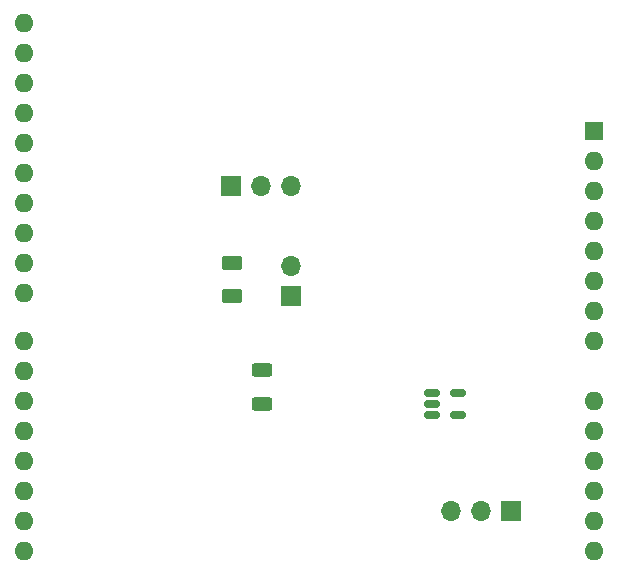
<source format=gbr>
%TF.GenerationSoftware,KiCad,Pcbnew,8.0.5*%
%TF.CreationDate,2024-11-11T20:44:43+01:00*%
%TF.ProjectId,nowa_plytka,6e6f7761-5f70-46c7-9974-6b612e6b6963,rev?*%
%TF.SameCoordinates,Original*%
%TF.FileFunction,Soldermask,Top*%
%TF.FilePolarity,Negative*%
%FSLAX46Y46*%
G04 Gerber Fmt 4.6, Leading zero omitted, Abs format (unit mm)*
G04 Created by KiCad (PCBNEW 8.0.5) date 2024-11-11 20:44:43*
%MOMM*%
%LPD*%
G01*
G04 APERTURE LIST*
G04 Aperture macros list*
%AMRoundRect*
0 Rectangle with rounded corners*
0 $1 Rounding radius*
0 $2 $3 $4 $5 $6 $7 $8 $9 X,Y pos of 4 corners*
0 Add a 4 corners polygon primitive as box body*
4,1,4,$2,$3,$4,$5,$6,$7,$8,$9,$2,$3,0*
0 Add four circle primitives for the rounded corners*
1,1,$1+$1,$2,$3*
1,1,$1+$1,$4,$5*
1,1,$1+$1,$6,$7*
1,1,$1+$1,$8,$9*
0 Add four rect primitives between the rounded corners*
20,1,$1+$1,$2,$3,$4,$5,0*
20,1,$1+$1,$4,$5,$6,$7,0*
20,1,$1+$1,$6,$7,$8,$9,0*
20,1,$1+$1,$8,$9,$2,$3,0*%
G04 Aperture macros list end*
%ADD10RoundRect,0.250000X0.625000X-0.375000X0.625000X0.375000X-0.625000X0.375000X-0.625000X-0.375000X0*%
%ADD11R,1.700000X1.700000*%
%ADD12O,1.700000X1.700000*%
%ADD13RoundRect,0.250000X-0.625000X0.312500X-0.625000X-0.312500X0.625000X-0.312500X0.625000X0.312500X0*%
%ADD14RoundRect,0.150000X-0.512500X-0.150000X0.512500X-0.150000X0.512500X0.150000X-0.512500X0.150000X0*%
%ADD15R,1.600000X1.600000*%
%ADD16O,1.600000X1.600000*%
G04 APERTURE END LIST*
D10*
%TO.C,D1*%
X130960000Y-104300000D03*
X130960000Y-101500000D03*
%TD*%
D11*
%TO.C,J3*%
X130920000Y-95000000D03*
D12*
X133460000Y-95000000D03*
X136000000Y-95000000D03*
%TD*%
D11*
%TO.C,J2*%
X136000000Y-104275000D03*
D12*
X136000000Y-101735000D03*
%TD*%
D11*
%TO.C,J1*%
X154580000Y-122500000D03*
D12*
X152040000Y-122500000D03*
X149500000Y-122500000D03*
%TD*%
D13*
%TO.C,R1*%
X133500000Y-110537500D03*
X133500000Y-113462500D03*
%TD*%
D14*
%TO.C,U1*%
X147862500Y-112500000D03*
X147862500Y-113450000D03*
X147862500Y-114400000D03*
X150137500Y-114400000D03*
X150137500Y-112500000D03*
%TD*%
D15*
%TO.C,A1*%
X161630000Y-90325000D03*
D16*
X161630000Y-92865000D03*
X161630000Y-95405000D03*
X161630000Y-97945000D03*
X161630000Y-100485000D03*
X161630000Y-103025000D03*
X161630000Y-105565000D03*
X161630000Y-108105000D03*
X161630000Y-113185000D03*
X161630000Y-115725000D03*
X161630000Y-118265000D03*
X161630000Y-120805000D03*
X161630000Y-123345000D03*
X161630000Y-125885000D03*
X113370000Y-125885000D03*
X113370000Y-123345000D03*
X113370000Y-120805000D03*
X113370000Y-118265000D03*
X113370000Y-115725000D03*
X113370000Y-113185000D03*
X113370000Y-110645000D03*
X113370000Y-108105000D03*
X113370000Y-104045000D03*
X113370000Y-101505000D03*
X113370000Y-98965000D03*
X113370000Y-96425000D03*
X113370000Y-93885000D03*
X113370000Y-91345000D03*
X113370000Y-88805000D03*
X113370000Y-86265000D03*
X113370000Y-83725000D03*
X113370000Y-81185000D03*
%TD*%
M02*

</source>
